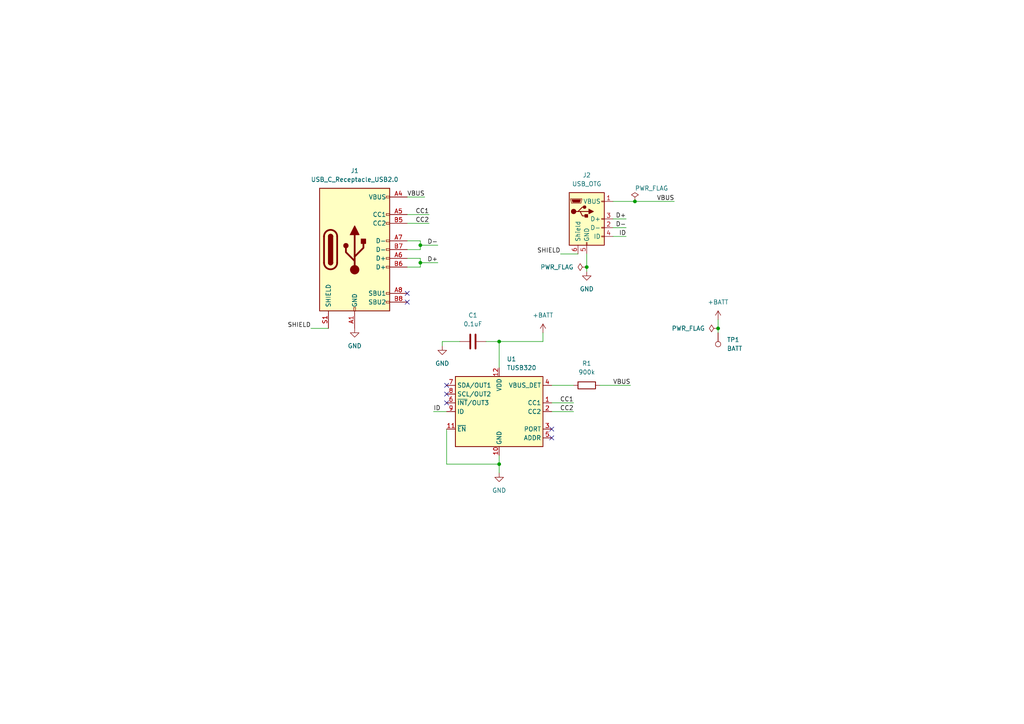
<source format=kicad_sch>
(kicad_sch (version 20230121) (generator eeschema)
  (paper "A4")
  (lib_symbols
    (symbol "Connector:TestPoint" (pin_numbers hide) (pin_names (offset 0.762) hide)
      (property "Reference" "TP" (at 0 6.858 0))
      (property "Value" "TestPoint" (at 0 5.08 0))
      (symbol "TestPoint_0_1"
        (circle (center 0 3.302) (radius 0.762))
      )
      (symbol "TestPoint_1_1"
        (pin passive line (at 0 0 90) (length 2.54) (name "1") (number "1"))
      )
    )
    (symbol "Connector:USB_C_Receptacle_USB2.0" (pin_names (offset 1.016))
      (property "Reference" "J" (at -10.16 19.05 0))
      (property "Value" "USB_C_Receptacle_USB2.0" (at 19.05 19.05 0))
      (symbol "USB_C_Receptacle_USB2.0_0_0"
        (rectangle (start -0.254 -17.78) (end 0.254 -16.764))
        (rectangle (start 10.16 -14.986) (end 9.144 -15.494))
        (rectangle (start 10.16 -12.446) (end 9.144 -12.954))
        (rectangle (start 10.16 -4.826) (end 9.144 -5.334))
        (rectangle (start 10.16 -2.286) (end 9.144 -2.794))
        (rectangle (start 10.16 0.254) (end 9.144 -0.254))
        (rectangle (start 10.16 2.794) (end 9.144 2.286))
        (rectangle (start 10.16 7.874) (end 9.144 7.366))
        (rectangle (start 10.16 10.414) (end 9.144 9.906))
        (rectangle (start 10.16 15.494) (end 9.144 14.986))
      )
      (symbol "USB_C_Receptacle_USB2.0_0_1"
        (rectangle (start -10.16 17.78) (end 10.16 -17.78) (stroke (width 0.254)) (fill (type background)))
        (arc (start -8.89 -3.81) (mid -6.985 -5.7067) (end -5.08 -3.81) (stroke (width 0.508)))
        (arc (start -7.62 -3.81) (mid -6.985 -4.4423) (end -6.35 -3.81) (stroke (width 0.254)))
        (arc (start -7.62 -3.81) (mid -6.985 -4.4423) (end -6.35 -3.81) (stroke (width 0.254)) (fill (type outline)))
        (rectangle (start -7.62 -3.81) (end -6.35 3.81) (stroke (width 0.254)) (fill (type outline)))
        (arc (start -6.35 3.81) (mid -6.985 4.4423) (end -7.62 3.81) (stroke (width 0.254)))
        (arc (start -6.35 3.81) (mid -6.985 4.4423) (end -7.62 3.81) (stroke (width 0.254)) (fill (type outline)))
        (arc (start -5.08 3.81) (mid -6.985 5.7067) (end -8.89 3.81) (stroke (width 0.508)))
        (circle (center -2.54 1.143) (radius 0.635) (stroke (width 0.254)) (fill (type outline)))
        (circle (center 0 -5.842) (radius 1.27) (fill (type outline)))
        (polyline (pts (xy -8.89 -3.81) (xy -8.89 3.81)) (stroke (width 0.508)))
        (polyline (pts (xy -5.08 3.81) (xy -5.08 -3.81)) (stroke (width 0.508)))
        (polyline (pts (xy 0 -5.842) (xy 0 4.318)) (stroke (width 0.508)))
        (polyline (pts (xy 0 -3.302) (xy -2.54 -0.762) (xy -2.54 0.508)) (stroke (width 0.508)))
        (polyline (pts (xy 0 -2.032) (xy 2.54 0.508) (xy 2.54 1.778)) (stroke (width 0.508)))
        (polyline (pts (xy -1.27 4.318) (xy 0 6.858) (xy 1.27 4.318) (xy -1.27 4.318)) (stroke (width 0.254)) (fill (type outline)))
        (rectangle (start 1.905 1.778) (end 3.175 3.048) (stroke (width 0.254)) (fill (type outline)))
      )
      (symbol "USB_C_Receptacle_USB2.0_1_1"
        (pin passive line (at 0 -22.86 90) (length 5.08) (name "GND") (number "A1"))
        (pin passive line (at 0 -22.86 90) (length 5.08) hide (name "GND") (number "A12"))
        (pin passive line (at 15.24 15.24 180) (length 5.08) (name "VBUS") (number "A4"))
        (pin bidirectional line (at 15.24 10.16 180) (length 5.08) (name "CC1") (number "A5"))
        (pin bidirectional line (at 15.24 -2.54 180) (length 5.08) (name "D+") (number "A6"))
        (pin bidirectional line (at 15.24 2.54 180) (length 5.08) (name "D-") (number "A7"))
        (pin bidirectional line (at 15.24 -12.7 180) (length 5.08) (name "SBU1") (number "A8"))
        (pin passive line (at 15.24 15.24 180) (length 5.08) hide (name "VBUS") (number "A9"))
        (pin passive line (at 0 -22.86 90) (length 5.08) hide (name "GND") (number "B1"))
        (pin passive line (at 0 -22.86 90) (length 5.08) hide (name "GND") (number "B12"))
        (pin passive line (at 15.24 15.24 180) (length 5.08) hide (name "VBUS") (number "B4"))
        (pin bidirectional line (at 15.24 7.62 180) (length 5.08) (name "CC2") (number "B5"))
        (pin bidirectional line (at 15.24 -5.08 180) (length 5.08) (name "D+") (number "B6"))
        (pin bidirectional line (at 15.24 0 180) (length 5.08) (name "D-") (number "B7"))
        (pin bidirectional line (at 15.24 -15.24 180) (length 5.08) (name "SBU2") (number "B8"))
        (pin passive line (at 15.24 15.24 180) (length 5.08) hide (name "VBUS") (number "B9"))
        (pin passive line (at -7.62 -22.86 90) (length 5.08) (name "SHIELD") (number "S1"))
      )
    )
    (symbol "Connector:USB_OTG" (pin_names (offset 1.016))
      (property "Reference" "J" (at -5.08 11.43 0))
      (property "Value" "USB_OTG" (at -5.08 8.89 0))
      (symbol "USB_OTG_0_1"
        (rectangle (start -5.08 -7.62) (end 5.08 7.62) (stroke (width 0.254)) (fill (type background)))
        (circle (center -3.81 2.159) (radius 0.635) (stroke (width 0.254)) (fill (type outline)))
        (circle (center -0.635 3.429) (radius 0.381) (stroke (width 0.254)) (fill (type outline)))
        (rectangle (start -0.127 -7.62) (end 0.127 -6.858))
        (polyline (pts (xy -1.905 2.159) (xy 0.635 2.159)) (stroke (width 0.254)))
        (polyline (pts (xy -3.175 2.159) (xy -2.54 2.159) (xy -1.27 3.429) (xy -0.635 3.429)) (stroke (width 0.254)))
        (polyline (pts (xy -2.54 2.159) (xy -1.905 2.159) (xy -1.27 0.889) (xy 0 0.889)) (stroke (width 0.254)))
        (polyline (pts (xy 0.635 2.794) (xy 0.635 1.524) (xy 1.905 2.159) (xy 0.635 2.794)) (stroke (width 0.254)) (fill (type outline)))
        (polyline (pts (xy -4.318 5.588) (xy -1.778 5.588) (xy -2.032 4.826) (xy -4.064 4.826) (xy -4.318 5.588)) (fill (type outline)))
        (polyline (pts (xy -4.699 5.842) (xy -4.699 5.588) (xy -4.445 4.826) (xy -4.445 4.572) (xy -1.651 4.572) (xy -1.651 4.826) (xy -1.397 5.588) (xy -1.397 5.842) (xy -4.699 5.842)))
        (rectangle (start 0.254 1.27) (end -0.508 0.508) (stroke (width 0.254)) (fill (type outline)))
        (rectangle (start 5.08 -5.207) (end 4.318 -4.953))
        (rectangle (start 5.08 -2.667) (end 4.318 -2.413))
        (rectangle (start 5.08 -0.127) (end 4.318 0.127))
        (rectangle (start 5.08 4.953) (end 4.318 5.207))
      )
      (symbol "USB_OTG_1_1"
        (pin passive line (at 7.62 5.08 180) (length 2.54) (name "VBUS") (number "1"))
        (pin bidirectional line (at 7.62 -2.54 180) (length 2.54) (name "D-") (number "2"))
        (pin bidirectional line (at 7.62 0 180) (length 2.54) (name "D+") (number "3"))
        (pin passive line (at 7.62 -5.08 180) (length 2.54) (name "ID") (number "4"))
        (pin passive line (at 0 -10.16 90) (length 2.54) (name "GND") (number "5"))
        (pin passive line (at -2.54 -10.16 90) (length 2.54) (name "Shield") (number "6"))
      )
    )
    (symbol "Device:C" (pin_numbers hide) (pin_names (offset 0.254))
      (property "Reference" "C" (at 0.635 2.54 0))
      (property "Value" "C" (at 0.635 -2.54 0))
      (symbol "C_0_1"
        (polyline (pts (xy -2.032 -0.762) (xy 2.032 -0.762)) (stroke (width 0.508)))
        (polyline (pts (xy -2.032 0.762) (xy 2.032 0.762)) (stroke (width 0.508)))
      )
      (symbol "C_1_1"
        (pin passive line (at 0 3.81 270) (length 2.794) (name "~") (number "1"))
        (pin passive line (at 0 -3.81 90) (length 2.794) (name "~") (number "2"))
      )
    )
    (symbol "Device:R" (pin_numbers hide) (pin_names (offset 0))
      (property "Reference" "R" (at 2.032 0 90))
      (property "Value" "R" (at 0 0 90))
      (symbol "R_0_1"
        (rectangle (start -1.016 -2.54) (end 1.016 2.54) (stroke (width 0.254)))
      )
      (symbol "R_1_1"
        (pin passive line (at 0 3.81 270) (length 1.27) (name "~") (number "1"))
        (pin passive line (at 0 -3.81 90) (length 1.27) (name "~") (number "2"))
      )
    )
    (symbol "Interface_USB:TUSB320"
      (property "Reference" "U" (at -11.43 11.43 0))
      (property "Value" "TUSB320" (at 7.62 11.43 0))
      (symbol "TUSB320_0_1"
        (rectangle (start -12.7 10.16) (end 12.7 -10.16) (stroke (width 0.254)) (fill (type background)))
      )
      (symbol "TUSB320_1_1"
        (pin bidirectional line (at 15.24 2.54 180) (length 2.54) (name "CC1") (number "1"))
        (pin power_in line (at 0 -12.7 90) (length 2.54) (name "GND") (number "10"))
        (pin input line (at -15.24 -5.08 0) (length 2.54) (name "~{EN}") (number "11"))
        (pin power_in line (at 0 12.7 270) (length 2.54) (name "VDD") (number "12"))
        (pin bidirectional line (at 15.24 0 180) (length 2.54) (name "CC2") (number "2"))
        (pin input line (at 15.24 -5.08 180) (length 2.54) (name "PORT") (number "3"))
        (pin input line (at 15.24 7.62 180) (length 2.54) (name "VBUS_DET") (number "4"))
        (pin input line (at 15.24 -7.62 180) (length 2.54) (name "ADDR") (number "5"))
        (pin open_collector line (at -15.24 2.54 0) (length 2.54) (name "~{INT}/OUT3") (number "6"))
        (pin bidirectional line (at -15.24 7.62 0) (length 2.54) (name "SDA/OUT1") (number "7"))
        (pin bidirectional line (at -15.24 5.08 0) (length 2.54) (name "SCL/OUT2") (number "8"))
        (pin open_collector line (at -15.24 0 0) (length 2.54) (name "ID") (number "9"))
      )
    )
    (symbol "power:+BATT" (power) (pin_names (offset 0))
      (property "Value" "+BATT" (at 0 3.556 0))
      (symbol "+BATT_0_1"
        (polyline (pts (xy -0.762 1.27) (xy 0 2.54)))
        (polyline (pts (xy 0 0) (xy 0 2.54)))
        (polyline (pts (xy 0 2.54) (xy 0.762 1.27)))
      )
      (symbol "+BATT_1_1"
        (pin power_in line (at 0 0 90) (length 0) hide (name "+BATT") (number "1"))
      )
    )
    (symbol "power:GND" (power) (pin_names (offset 0))
      (property "Value" "GND" (at 0 -3.81 0))
      (symbol "GND_0_1"
        (polyline (pts (xy 0 0) (xy 0 -1.27) (xy 1.27 -1.27) (xy 0 -2.54) (xy -1.27 -1.27) (xy 0 -1.27)))
      )
      (symbol "GND_1_1"
        (pin power_in line (at 0 0 270) (length 0) hide (name "GND") (number "1"))
      )
    )
    (symbol "power:PWR_FLAG" (power) (pin_numbers hide) (pin_names (offset 0) hide)
      (property "Value" "PWR_FLAG" (at 0 3.81 0))
      (symbol "PWR_FLAG_0_0"
        (pin power_out line (at 0 0 90) (length 0) (name "pwr") (number "1"))
      )
      (symbol "PWR_FLAG_0_1"
        (polyline (pts (xy 0 0) (xy 0 1.27) (xy -1.016 1.905) (xy 0 2.54) (xy 1.016 1.905) (xy 0 1.27)))
      )
    )
  )
  (junction (at 208.28 95.25))
  (junction (at 144.78 134.62))
  (junction (at 170.18 77.47))
  (junction (at 144.78 99.06))
  (junction (at 184.15 58.42))
  (junction (at 121.92 71.12))
  (junction (at 121.92 76.2))
  (no_connect (at 129.54 116.84))
  (no_connect (at 160.02 127))
  (no_connect (at 118.11 85.09))
  (no_connect (at 160.02 124.46))
  (no_connect (at 118.11 87.63))
  (no_connect (at 129.54 111.76))
  (no_connect (at 129.54 114.3))
  (wire (pts (xy 118.11 62.23) (xy 124.46 62.23)))
  (wire (pts (xy 160.02 111.76) (xy 166.37 111.76)))
  (wire (pts (xy 121.92 74.93) (xy 121.92 76.2)))
  (wire (pts (xy 118.11 64.77) (xy 124.46 64.77)))
  (wire (pts (xy 208.28 95.25) (xy 208.28 96.52)))
  (wire (pts (xy 121.92 71.12) (xy 121.92 72.39)))
  (wire (pts (xy 160.02 116.84) (xy 166.37 116.84)))
  (wire (pts (xy 121.92 69.85) (xy 121.92 71.12)))
  (wire (pts (xy 184.15 58.42) (xy 195.58 58.42)))
  (wire (pts (xy 121.92 76.2) (xy 127 76.2)))
  (wire (pts (xy 121.92 74.93) (xy 118.11 74.93)))
  (wire (pts (xy 118.11 57.15) (xy 123.19 57.15)))
  (wire (pts (xy 144.78 137.16) (xy 144.78 134.62)))
  (wire (pts (xy 128.27 99.06) (xy 133.35 99.06)))
  (wire (pts (xy 121.92 69.85) (xy 118.11 69.85)))
  (wire (pts (xy 208.28 92.71) (xy 208.28 95.25)))
  (wire (pts (xy 144.78 99.06) (xy 144.78 106.68)))
  (wire (pts (xy 144.78 134.62) (xy 144.78 132.08)))
  (wire (pts (xy 177.8 66.04) (xy 181.61 66.04)))
  (wire (pts (xy 167.64 73.66) (xy 162.56 73.66)))
  (wire (pts (xy 170.18 77.47) (xy 170.18 73.66)))
  (wire (pts (xy 157.48 96.52) (xy 157.48 99.06)))
  (wire (pts (xy 173.99 111.76) (xy 182.88 111.76)))
  (wire (pts (xy 160.02 119.38) (xy 166.37 119.38)))
  (wire (pts (xy 140.97 99.06) (xy 144.78 99.06)))
  (wire (pts (xy 170.18 78.74) (xy 170.18 77.47)))
  (wire (pts (xy 121.92 71.12) (xy 127 71.12)))
  (wire (pts (xy 121.92 72.39) (xy 118.11 72.39)))
  (wire (pts (xy 128.27 99.06) (xy 128.27 100.33)))
  (wire (pts (xy 177.8 58.42) (xy 184.15 58.42)))
  (wire (pts (xy 90.17 95.25) (xy 95.25 95.25)))
  (wire (pts (xy 177.8 68.58) (xy 181.61 68.58)))
  (wire (pts (xy 129.54 124.46) (xy 129.54 134.62)))
  (wire (pts (xy 177.8 63.5) (xy 181.61 63.5)))
  (wire (pts (xy 121.92 77.47) (xy 118.11 77.47)))
  (wire (pts (xy 121.92 76.2) (xy 121.92 77.47)))
  (wire (pts (xy 129.54 134.62) (xy 144.78 134.62)))
  (wire (pts (xy 144.78 99.06) (xy 157.48 99.06)))
  (wire (pts (xy 129.54 119.38) (xy 125.73 119.38)))
  (label "CC1" (at 166.37 116.84 180))
  (label "ID" (at 125.73 119.38 0))
  (label "VBUS" (at 195.58 58.42 180))
  (label "D+" (at 127 76.2 180))
  (label "VBUS" (at 182.88 111.76 180))
  (label "D-" (at 181.61 66.04 180))
  (label "D+" (at 181.61 63.5 180))
  (label "SHIELD" (at 90.17 95.25 180))
  (label "VBUS" (at 123.19 57.15 180))
  (label "ID" (at 181.61 68.58 180))
  (label "CC2" (at 166.37 119.38 180))
  (label "CC1" (at 124.46 62.23 180))
  (label "D-" (at 127 71.12 180))
  (label "CC2" (at 124.46 64.77 180))
  (label "SHIELD" (at 162.56 73.66 180))
  (symbol (lib_id "Interface_USB:TUSB320") (at 144.78 119.38 0) (unit 1)
    (property "Reference" "U1" (at 146.9741 104.14 0) (effects (justify left)))
    (property "Value" "TUSB320" (at 146.9741 106.68 0) (effects (justify left)))
    (property "Footprint" "Package_DFN_QFN:Texas_X2QFN-12_1.6x1.6mm_P0.4mm" (effects hide))
    (property "Datasheet" "http://www.ti.com/lit/ds/symlink/tusb320.pdf" (effects hide))
  )
  (symbol (lib_id "power:+BATT") (at 208.28 92.71 0) (unit 1)
    (property "Reference" "#PWR06" (effects hide))
    (property "Value" "+BATT" (at 208.28 87.63 0))
  )
  (symbol (lib_id "power:PWR_FLAG") (at 184.15 58.42 0) (unit 1)
    (property "Reference" "#FLG02" (effects hide))
    (property "Value" "PWR_FLAG" (at 184.15 54.61 0) (effects (justify left)))
  )
  (symbol (lib_id "power:GND") (at 128.27 100.33 0) (unit 1)
    (property "Reference" "#PWR02" (effects hide))
    (property "Value" "GND" (at 128.27 105.41 0))
  )
  (symbol (lib_id "power:GND") (at 102.87 95.25 0) (unit 1)
    (property "Reference" "#PWR01" (effects hide))
    (property "Value" "GND" (at 102.87 100.33 0))
  )
  (symbol (lib_id "Connector:USB_C_Receptacle_USB2.0") (at 102.87 72.39 0) (unit 1)
    (property "Reference" "J1" (at 102.87 49.53 0))
    (property "Value" "USB_C_Receptacle_USB2.0" (at 102.87 52.07 0))
    (property "Footprint" "Connector_USB:USB_C_Receptacle_GCT_USB4105-xx-A_16P_TopMnt_Horizontal" (effects hide))
    (property "Datasheet" "https://www.usb.org/sites/default/files/documents/usb_type-c.zip" (effects hide))
  )
  (symbol (lib_id "power:PWR_FLAG") (at 170.18 77.47 90) (unit 1)
    (property "Reference" "#FLG01" (effects hide))
    (property "Value" "PWR_FLAG" (at 166.37 77.47 90) (effects (justify left)))
  )
  (symbol (lib_id "power:GND") (at 144.78 137.16 0) (unit 1)
    (property "Reference" "#PWR03" (effects hide))
    (property "Value" "GND" (at 144.78 142.24 0))
  )
  (symbol (lib_id "Connector:USB_OTG") (at 170.18 63.5 0) (unit 1)
    (property "Reference" "J2" (at 170.18 50.8 0))
    (property "Value" "USB_OTG" (at 170.18 53.34 0))
    (property "Footprint" "ti84_mini_usb:ti84_mini_usb" (effects hide))
    (property "Datasheet" " ~" (effects hide))
  )
  (symbol (lib_id "Device:R") (at 170.18 111.76 90) (unit 1)
    (property "Reference" "R1" (at 170.18 105.41 90))
    (property "Value" "900k" (at 170.18 107.95 90))
    (property "Footprint" "Resistor_SMD:R_0402_1005Metric" (effects hide))
  )
  (symbol (lib_id "Connector:TestPoint") (at 208.28 96.52 180) (unit 1)
    (property "Reference" "TP1" (at 210.82 98.552 0) (effects (justify right)))
    (property "Value" "BATT" (at 210.82 101.092 0) (effects (justify right)))
    (property "Footprint" "TestPoint:TestPoint_Pad_1.0x1.0mm" (effects hide))
  )
  (symbol (lib_id "power:PWR_FLAG") (at 208.28 95.25 90) (unit 1)
    (property "Reference" "#FLG03" (effects hide))
    (property "Value" "PWR_FLAG" (at 204.47 95.25 90) (effects (justify left)))
  )
  (symbol (lib_id "Device:C") (at 137.16 99.06 90) (unit 1)
    (property "Reference" "C1" (at 137.16 91.44 90))
    (property "Value" "0.1uF" (at 137.16 93.98 90))
    (property "Footprint" "Capacitor_SMD:C_0402_1005Metric" (effects hide))
  )
  (symbol (lib_id "power:GND") (at 170.18 78.74 0) (unit 1)
    (property "Reference" "#PWR04" (effects hide))
    (property "Value" "GND" (at 170.18 83.82 0))
  )
  (symbol (lib_id "power:+BATT") (at 157.48 96.52 0) (unit 1)
    (property "Reference" "#PWR05" (effects hide))
    (property "Value" "+BATT" (at 157.48 91.44 0))
  )
)
</source>
